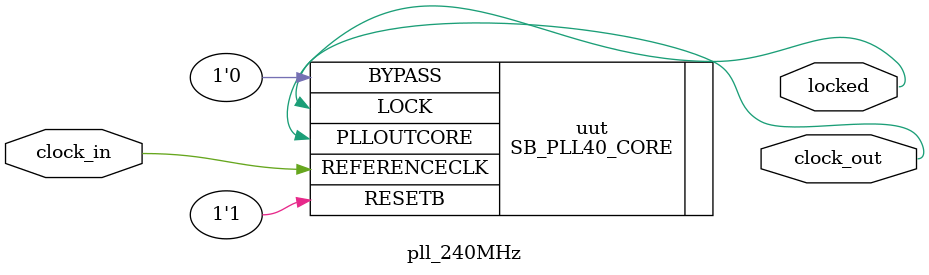
<source format=v>
/**
 * PLL configuration
 *
 * This Verilog module was generated automatically
 * using the icepll tool from the IceStorm project.
 * Use at your own risk.
 *
 * Given input frequency:        12.000 MHz
 * Requested output frequency:  240.000 MHz
 * Achieved output frequency:   240.000 MHz
 */

module pll_240MHz(
	input  clock_in,
	output clock_out,
	output locked
	);

SB_PLL40_CORE #(
		.FEEDBACK_PATH("SIMPLE"),
		.DIVR(4'b0000),		// DIVR =  0
		.DIVF(7'b1001111),	// DIVF = 79
		.DIVQ(3'b010),		// DIVQ =  2
		.FILTER_RANGE(3'b001)	// FILTER_RANGE = 1
	) uut (
		.LOCK(locked),
		.RESETB(1'b1),
		.BYPASS(1'b0),
		.REFERENCECLK(clock_in),
		.PLLOUTCORE(clock_out)
		);

endmodule

</source>
